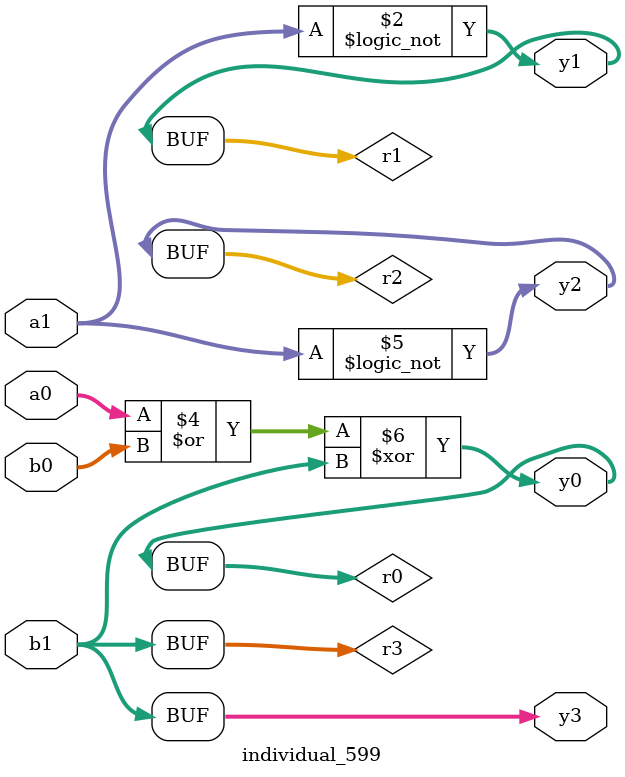
<source format=sv>
module individual_599(input logic [15:0] a1, input logic [15:0] a0, input logic [15:0] b1, input logic [15:0] b0, output logic [15:0] y3, output logic [15:0] y2, output logic [15:0] y1, output logic [15:0] y0);
logic [15:0] r0, r1, r2, r3; 
 always@(*) begin 
	 r0 = a0; r1 = a1; r2 = b0; r3 = b1; 
 	 r1 = ! a1 ;
 	 r2  |=  r1 ;
 	 r0  |=  b0 ;
 	 r2 = ! a1 ;
 	 r0  ^=  b1 ;
 	 y3 = r3; y2 = r2; y1 = r1; y0 = r0; 
end
endmodule
</source>
